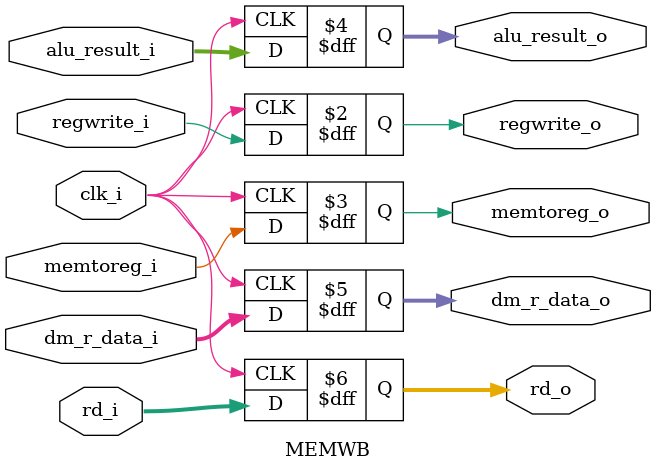
<source format=v>
module MEMWB(
    clk_i,
    regwrite_i,
    memtoreg_i,
    alu_result_i,
    dm_r_data_i,
    rd_i,
    regwrite_o,
    memtoreg_o,
    alu_result_o,
    dm_r_data_o,
    rd_o,
);

input clk_i;
input regwrite_i;
input memtoreg_i;
input [31:0] alu_result_i;
input [31:0] dm_r_data_i;
input [4:0] rd_i;

output regwrite_o;
output memtoreg_o;
output [31:0] alu_result_o;
output [31:0] dm_r_data_o;
output [4:0] rd_o;

reg regwrite_o;
reg memtoreg_o;
reg [31:0] alu_result_o;
reg [31:0] dm_r_data_o;
reg [4:0] rd_o;


always@(posedge clk_i) begin
    regwrite_o <= regwrite_i;
    memtoreg_o <= memtoreg_i;
    alu_result_o <= alu_result_i;
    dm_r_data_o <= dm_r_data_i;
    rd_o <= rd_i;
end

endmodule
</source>
